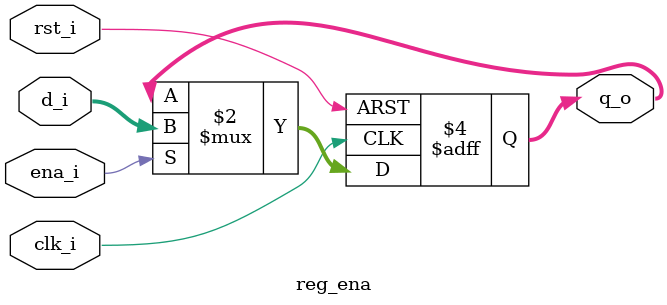
<source format=sv>

module reg_ena #(
    parameter int Width = 16
) (
    input  logic             clk_i,
    input  logic             rst_i,
    input  logic             ena_i,
    input  logic [Width-1:0] d_i,
    output logic [Width-1:0] q_o
);

  always_ff @(posedge clk_i, posedge rst_i) begin
    if (rst_i) begin
      q_o <= 'd0;
    end else if (ena_i) begin
      q_o <= d_i;
    end
  end

endmodule

</source>
